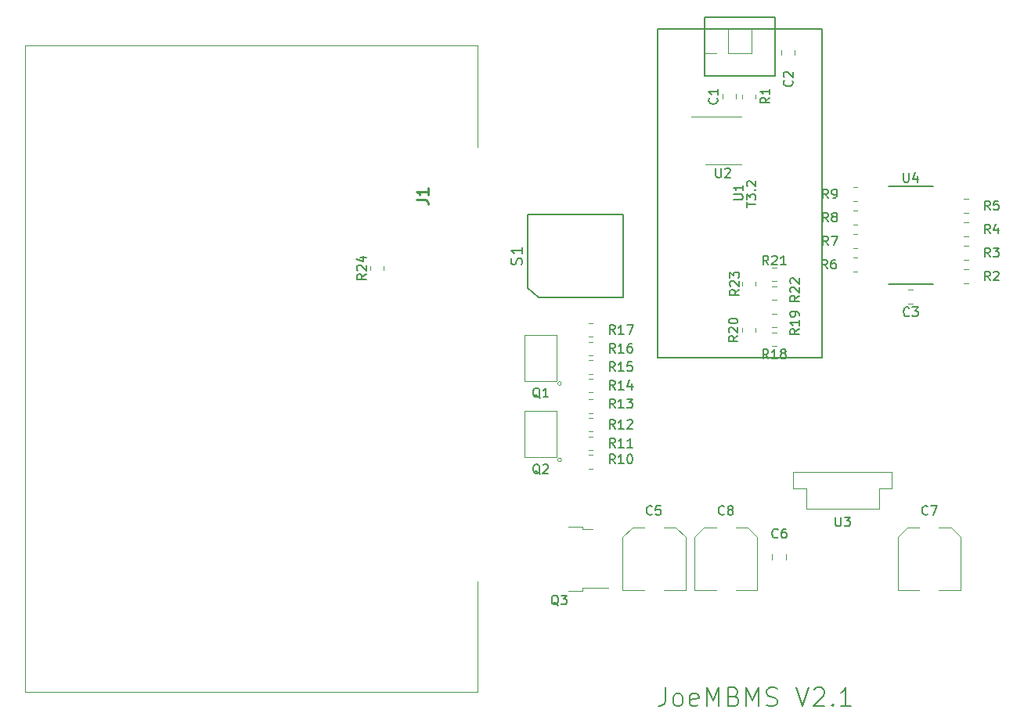
<source format=gbr>
%TF.GenerationSoftware,KiCad,Pcbnew,5.99.0+really5.1.10+dfsg1-1*%
%TF.CreationDate,2022-02-03T20:21:40+01:00*%
%TF.ProjectId,JoeMBMS_V2.0,4a6f654d-424d-4535-9f56-322e302e6b69,rev?*%
%TF.SameCoordinates,Original*%
%TF.FileFunction,Legend,Top*%
%TF.FilePolarity,Positive*%
%FSLAX46Y46*%
G04 Gerber Fmt 4.6, Leading zero omitted, Abs format (unit mm)*
G04 Created by KiCad (PCBNEW 5.99.0+really5.1.10+dfsg1-1) date 2022-02-03 20:21:40*
%MOMM*%
%LPD*%
G01*
G04 APERTURE LIST*
%ADD10C,0.150000*%
%ADD11C,0.120000*%
%ADD12C,0.100000*%
%ADD13C,0.152400*%
%ADD14C,0.254000*%
G04 APERTURE END LIST*
D10*
X133960714Y-124429761D02*
X133960714Y-125858333D01*
X133865476Y-126144047D01*
X133675000Y-126334523D01*
X133389285Y-126429761D01*
X133198809Y-126429761D01*
X135198809Y-126429761D02*
X135008333Y-126334523D01*
X134913095Y-126239285D01*
X134817857Y-126048809D01*
X134817857Y-125477380D01*
X134913095Y-125286904D01*
X135008333Y-125191666D01*
X135198809Y-125096428D01*
X135484523Y-125096428D01*
X135675000Y-125191666D01*
X135770238Y-125286904D01*
X135865476Y-125477380D01*
X135865476Y-126048809D01*
X135770238Y-126239285D01*
X135675000Y-126334523D01*
X135484523Y-126429761D01*
X135198809Y-126429761D01*
X137484523Y-126334523D02*
X137294047Y-126429761D01*
X136913095Y-126429761D01*
X136722619Y-126334523D01*
X136627380Y-126144047D01*
X136627380Y-125382142D01*
X136722619Y-125191666D01*
X136913095Y-125096428D01*
X137294047Y-125096428D01*
X137484523Y-125191666D01*
X137579761Y-125382142D01*
X137579761Y-125572619D01*
X136627380Y-125763095D01*
X138436904Y-126429761D02*
X138436904Y-124429761D01*
X139103571Y-125858333D01*
X139770238Y-124429761D01*
X139770238Y-126429761D01*
X141389285Y-125382142D02*
X141675000Y-125477380D01*
X141770238Y-125572619D01*
X141865476Y-125763095D01*
X141865476Y-126048809D01*
X141770238Y-126239285D01*
X141675000Y-126334523D01*
X141484523Y-126429761D01*
X140722619Y-126429761D01*
X140722619Y-124429761D01*
X141389285Y-124429761D01*
X141579761Y-124525000D01*
X141675000Y-124620238D01*
X141770238Y-124810714D01*
X141770238Y-125001190D01*
X141675000Y-125191666D01*
X141579761Y-125286904D01*
X141389285Y-125382142D01*
X140722619Y-125382142D01*
X142722619Y-126429761D02*
X142722619Y-124429761D01*
X143389285Y-125858333D01*
X144055952Y-124429761D01*
X144055952Y-126429761D01*
X144913095Y-126334523D02*
X145198809Y-126429761D01*
X145675000Y-126429761D01*
X145865476Y-126334523D01*
X145960714Y-126239285D01*
X146055952Y-126048809D01*
X146055952Y-125858333D01*
X145960714Y-125667857D01*
X145865476Y-125572619D01*
X145675000Y-125477380D01*
X145294047Y-125382142D01*
X145103571Y-125286904D01*
X145008333Y-125191666D01*
X144913095Y-125001190D01*
X144913095Y-124810714D01*
X145008333Y-124620238D01*
X145103571Y-124525000D01*
X145294047Y-124429761D01*
X145770238Y-124429761D01*
X146055952Y-124525000D01*
X148151190Y-124429761D02*
X148817857Y-126429761D01*
X149484523Y-124429761D01*
X150055952Y-124620238D02*
X150151190Y-124525000D01*
X150341666Y-124429761D01*
X150817857Y-124429761D01*
X151008333Y-124525000D01*
X151103571Y-124620238D01*
X151198809Y-124810714D01*
X151198809Y-125001190D01*
X151103571Y-125286904D01*
X149960714Y-126429761D01*
X151198809Y-126429761D01*
X152055952Y-126239285D02*
X152151190Y-126334523D01*
X152055952Y-126429761D01*
X151960714Y-126334523D01*
X152055952Y-126239285D01*
X152055952Y-126429761D01*
X154055952Y-126429761D02*
X152913095Y-126429761D01*
X153484523Y-126429761D02*
X153484523Y-124429761D01*
X153294047Y-124715476D01*
X153103571Y-124905952D01*
X152913095Y-125001190D01*
D11*
%TO.C,REF\u002A\u002A*%
X143325000Y-55820000D02*
X143325000Y-53160000D01*
X140725000Y-55820000D02*
X143325000Y-55820000D01*
X140725000Y-53160000D02*
X143325000Y-53160000D01*
X140725000Y-55820000D02*
X140725000Y-53160000D01*
X139455000Y-55820000D02*
X138125000Y-55820000D01*
X138125000Y-55820000D02*
X138125000Y-54490000D01*
D10*
%TO.C,S1*%
X129385000Y-82250000D02*
X120250000Y-82250000D01*
X120250000Y-82250000D02*
X119115000Y-81250000D01*
X120250000Y-73250000D02*
X119115000Y-73250000D01*
X119115000Y-73250000D02*
X119115000Y-81250000D01*
X129385000Y-82250000D02*
X129385000Y-73250000D01*
X129385000Y-73250000D02*
X120115000Y-73250000D01*
D12*
%TO.C,J1*%
X113700000Y-124900000D02*
X113700000Y-112950000D01*
X64700000Y-124900000D02*
X113700000Y-124900000D01*
X64700000Y-55000000D02*
X64700000Y-124900000D01*
X113700000Y-55000000D02*
X64700000Y-55000000D01*
X113700000Y-65950000D02*
X113700000Y-55000000D01*
D11*
%TO.C,C1*%
X140165000Y-60238748D02*
X140165000Y-60761252D01*
X141635000Y-60238748D02*
X141635000Y-60761252D01*
D13*
%TO.C,U4*%
X162900300Y-70216800D02*
X158099700Y-70216800D01*
X158099700Y-80783200D02*
X162900300Y-80783200D01*
D11*
%TO.C,U3*%
X147810000Y-101080000D02*
X147810000Y-102860000D01*
X158480000Y-101080000D02*
X147810000Y-101080000D01*
X158480000Y-102850000D02*
X158480000Y-101080000D01*
X158480000Y-102860000D02*
X157080000Y-102860000D01*
X157080000Y-102860000D02*
X157080000Y-105100000D01*
X157080000Y-105100000D02*
X149200000Y-105100000D01*
X149200000Y-105100000D02*
X149200000Y-102860000D01*
X149200000Y-102860000D02*
X147810000Y-102860000D01*
%TO.C,U2*%
X140250000Y-67810000D02*
X142200000Y-67810000D01*
X140250000Y-67810000D02*
X138300000Y-67810000D01*
X140250000Y-62690000D02*
X142200000Y-62690000D01*
X140250000Y-62690000D02*
X136800000Y-62690000D01*
D10*
%TO.C,U1*%
X133110000Y-53220000D02*
X150890000Y-53220000D01*
X133110000Y-88780000D02*
X133110000Y-53220000D01*
X150890000Y-88780000D02*
X133110000Y-88780000D01*
X150890000Y-53220000D02*
X150890000Y-88780000D01*
X138190000Y-58300000D02*
X138190000Y-53220000D01*
X145810000Y-58300000D02*
X145810000Y-53220000D01*
X138190000Y-58300000D02*
X145810000Y-58300000D01*
X145810000Y-51950000D02*
X145810000Y-53220000D01*
X138190000Y-51950000D02*
X145810000Y-51950000D01*
X138190000Y-53220000D02*
X138190000Y-51950000D01*
D11*
%TO.C,R24*%
X102065000Y-79277064D02*
X102065000Y-78822936D01*
X103535000Y-79277064D02*
X103535000Y-78822936D01*
%TO.C,R23*%
X143735000Y-80522936D02*
X143735000Y-80977064D01*
X142265000Y-80522936D02*
X142265000Y-80977064D01*
%TO.C,R22*%
X145522936Y-81015000D02*
X145977064Y-81015000D01*
X145522936Y-82485000D02*
X145977064Y-82485000D01*
%TO.C,R21*%
X145977064Y-80485000D02*
X145522936Y-80485000D01*
X145977064Y-79015000D02*
X145522936Y-79015000D01*
%TO.C,R20*%
X142265000Y-85977064D02*
X142265000Y-85522936D01*
X143735000Y-85977064D02*
X143735000Y-85522936D01*
%TO.C,R19*%
X145522936Y-84015000D02*
X145977064Y-84015000D01*
X145522936Y-85485000D02*
X145977064Y-85485000D01*
%TO.C,R18*%
X145977064Y-87485000D02*
X145522936Y-87485000D01*
X145977064Y-86015000D02*
X145522936Y-86015000D01*
%TO.C,R17*%
X126139564Y-86485000D02*
X125685436Y-86485000D01*
X126139564Y-85015000D02*
X125685436Y-85015000D01*
%TO.C,R16*%
X126139564Y-88485000D02*
X125685436Y-88485000D01*
X126139564Y-87015000D02*
X125685436Y-87015000D01*
%TO.C,R15*%
X126139564Y-90485000D02*
X125685436Y-90485000D01*
X126139564Y-89015000D02*
X125685436Y-89015000D01*
%TO.C,R14*%
X126139564Y-92485000D02*
X125685436Y-92485000D01*
X126139564Y-91015000D02*
X125685436Y-91015000D01*
%TO.C,R13*%
X126139564Y-94735000D02*
X125685436Y-94735000D01*
X126139564Y-93265000D02*
X125685436Y-93265000D01*
%TO.C,R12*%
X126139564Y-96735000D02*
X125685436Y-96735000D01*
X126139564Y-95265000D02*
X125685436Y-95265000D01*
%TO.C,R11*%
X126139564Y-98735000D02*
X125685436Y-98735000D01*
X126139564Y-97265000D02*
X125685436Y-97265000D01*
%TO.C,R10*%
X126139564Y-100735000D02*
X125685436Y-100735000D01*
X126139564Y-99265000D02*
X125685436Y-99265000D01*
%TO.C,R9*%
X154727064Y-71790000D02*
X154272936Y-71790000D01*
X154727064Y-70320000D02*
X154272936Y-70320000D01*
%TO.C,R8*%
X154727064Y-74330000D02*
X154272936Y-74330000D01*
X154727064Y-72860000D02*
X154272936Y-72860000D01*
%TO.C,R7*%
X154727064Y-76870000D02*
X154272936Y-76870000D01*
X154727064Y-75400000D02*
X154272936Y-75400000D01*
%TO.C,R6*%
X154727064Y-79410000D02*
X154272936Y-79410000D01*
X154727064Y-77940000D02*
X154272936Y-77940000D01*
%TO.C,R5*%
X166727064Y-73060000D02*
X166272936Y-73060000D01*
X166727064Y-71590000D02*
X166272936Y-71590000D01*
%TO.C,R4*%
X166727064Y-75600000D02*
X166272936Y-75600000D01*
X166727064Y-74130000D02*
X166272936Y-74130000D01*
%TO.C,R3*%
X166727064Y-78140000D02*
X166272936Y-78140000D01*
X166727064Y-76670000D02*
X166272936Y-76670000D01*
%TO.C,R2*%
X166727064Y-80680000D02*
X166272936Y-80680000D01*
X166727064Y-79210000D02*
X166272936Y-79210000D01*
%TO.C,R1*%
X143735000Y-60272936D02*
X143735000Y-60727064D01*
X142265000Y-60272936D02*
X142265000Y-60727064D01*
%TO.C,Q3*%
X123470000Y-113950000D02*
X124970000Y-113950000D01*
X124970000Y-113950000D02*
X124970000Y-113680000D01*
X124970000Y-113680000D02*
X127800000Y-113680000D01*
X123470000Y-107050000D02*
X124970000Y-107050000D01*
X124970000Y-107050000D02*
X124970000Y-107320000D01*
X124970000Y-107320000D02*
X126070000Y-107320000D01*
%TO.C,Q1*%
X122732000Y-91544000D02*
G75*
G03*
X122732000Y-91544000I-200000J0D01*
G01*
X122220000Y-86250000D02*
X118780000Y-86250000D01*
X122220000Y-91250000D02*
X118780000Y-91250000D01*
X122220000Y-86250000D02*
X122220000Y-91250000D01*
X118780000Y-86250000D02*
X118780000Y-91250000D01*
%TO.C,Q2*%
X122732000Y-99794000D02*
G75*
G03*
X122732000Y-99794000I-200000J0D01*
G01*
X122220000Y-94500000D02*
X118780000Y-94500000D01*
X122220000Y-99500000D02*
X118780000Y-99500000D01*
X122220000Y-94500000D02*
X122220000Y-99500000D01*
X118780000Y-94500000D02*
X118780000Y-99500000D01*
%TO.C,C8*%
X137090000Y-113910000D02*
X139440000Y-113910000D01*
X143910000Y-113910000D02*
X141560000Y-113910000D01*
X143910000Y-108154437D02*
X143910000Y-113910000D01*
X137090000Y-108154437D02*
X137090000Y-113910000D01*
X138154437Y-107090000D02*
X139440000Y-107090000D01*
X142845563Y-107090000D02*
X141560000Y-107090000D01*
X142845563Y-107090000D02*
X143910000Y-108154437D01*
X138154437Y-107090000D02*
X137090000Y-108154437D01*
%TO.C,C7*%
X159090000Y-113910000D02*
X161440000Y-113910000D01*
X165910000Y-113910000D02*
X163560000Y-113910000D01*
X165910000Y-108154437D02*
X165910000Y-113910000D01*
X159090000Y-108154437D02*
X159090000Y-113910000D01*
X160154437Y-107090000D02*
X161440000Y-107090000D01*
X164845563Y-107090000D02*
X163560000Y-107090000D01*
X164845563Y-107090000D02*
X165910000Y-108154437D01*
X160154437Y-107090000D02*
X159090000Y-108154437D01*
%TO.C,C6*%
X145515000Y-110561252D02*
X145515000Y-110038748D01*
X146985000Y-110561252D02*
X146985000Y-110038748D01*
%TO.C,C5*%
X129340000Y-113910000D02*
X131690000Y-113910000D01*
X136160000Y-113910000D02*
X133810000Y-113910000D01*
X136160000Y-108154437D02*
X136160000Y-113910000D01*
X129340000Y-108154437D02*
X129340000Y-113910000D01*
X130404437Y-107090000D02*
X131690000Y-107090000D01*
X135095563Y-107090000D02*
X133810000Y-107090000D01*
X135095563Y-107090000D02*
X136160000Y-108154437D01*
X130404437Y-107090000D02*
X129340000Y-108154437D01*
%TO.C,C3*%
X160761252Y-82885000D02*
X160238748Y-82885000D01*
X160761252Y-81415000D02*
X160238748Y-81415000D01*
%TO.C,C2*%
X146515000Y-56011252D02*
X146515000Y-55488748D01*
X147985000Y-56011252D02*
X147985000Y-55488748D01*
%TO.C,S1*%
D10*
X118400714Y-78664285D02*
X118457857Y-78492857D01*
X118457857Y-78207142D01*
X118400714Y-78092857D01*
X118343571Y-78035714D01*
X118229285Y-77978571D01*
X118115000Y-77978571D01*
X118000714Y-78035714D01*
X117943571Y-78092857D01*
X117886428Y-78207142D01*
X117829285Y-78435714D01*
X117772142Y-78550000D01*
X117715000Y-78607142D01*
X117600714Y-78664285D01*
X117486428Y-78664285D01*
X117372142Y-78607142D01*
X117315000Y-78550000D01*
X117257857Y-78435714D01*
X117257857Y-78150000D01*
X117315000Y-77978571D01*
X118457857Y-76835714D02*
X118457857Y-77521428D01*
X118457857Y-77178571D02*
X117257857Y-77178571D01*
X117429285Y-77292857D01*
X117543571Y-77407142D01*
X117600714Y-77521428D01*
%TO.C,J1*%
D14*
X107054523Y-71673333D02*
X107961666Y-71673333D01*
X108143095Y-71733809D01*
X108264047Y-71854761D01*
X108324523Y-72036190D01*
X108324523Y-72157142D01*
X108324523Y-70403333D02*
X108324523Y-71129047D01*
X108324523Y-70766190D02*
X107054523Y-70766190D01*
X107235952Y-70887142D01*
X107356904Y-71008095D01*
X107417380Y-71129047D01*
%TO.C,C1*%
D10*
X139557142Y-60666666D02*
X139604761Y-60714285D01*
X139652380Y-60857142D01*
X139652380Y-60952380D01*
X139604761Y-61095238D01*
X139509523Y-61190476D01*
X139414285Y-61238095D01*
X139223809Y-61285714D01*
X139080952Y-61285714D01*
X138890476Y-61238095D01*
X138795238Y-61190476D01*
X138700000Y-61095238D01*
X138652380Y-60952380D01*
X138652380Y-60857142D01*
X138700000Y-60714285D01*
X138747619Y-60666666D01*
X139652380Y-59714285D02*
X139652380Y-60285714D01*
X139652380Y-60000000D02*
X138652380Y-60000000D01*
X138795238Y-60095238D01*
X138890476Y-60190476D01*
X138938095Y-60285714D01*
%TO.C,U4*%
X159738095Y-68752380D02*
X159738095Y-69561904D01*
X159785714Y-69657142D01*
X159833333Y-69704761D01*
X159928571Y-69752380D01*
X160119047Y-69752380D01*
X160214285Y-69704761D01*
X160261904Y-69657142D01*
X160309523Y-69561904D01*
X160309523Y-68752380D01*
X161214285Y-69085714D02*
X161214285Y-69752380D01*
X160976190Y-68704761D02*
X160738095Y-69419047D01*
X161357142Y-69419047D01*
%TO.C,U3*%
X152378095Y-105992380D02*
X152378095Y-106801904D01*
X152425714Y-106897142D01*
X152473333Y-106944761D01*
X152568571Y-106992380D01*
X152759047Y-106992380D01*
X152854285Y-106944761D01*
X152901904Y-106897142D01*
X152949523Y-106801904D01*
X152949523Y-105992380D01*
X153330476Y-105992380D02*
X153949523Y-105992380D01*
X153616190Y-106373333D01*
X153759047Y-106373333D01*
X153854285Y-106420952D01*
X153901904Y-106468571D01*
X153949523Y-106563809D01*
X153949523Y-106801904D01*
X153901904Y-106897142D01*
X153854285Y-106944761D01*
X153759047Y-106992380D01*
X153473333Y-106992380D01*
X153378095Y-106944761D01*
X153330476Y-106897142D01*
%TO.C,U2*%
X139438095Y-68252380D02*
X139438095Y-69061904D01*
X139485714Y-69157142D01*
X139533333Y-69204761D01*
X139628571Y-69252380D01*
X139819047Y-69252380D01*
X139914285Y-69204761D01*
X139961904Y-69157142D01*
X140009523Y-69061904D01*
X140009523Y-68252380D01*
X140438095Y-68347619D02*
X140485714Y-68300000D01*
X140580952Y-68252380D01*
X140819047Y-68252380D01*
X140914285Y-68300000D01*
X140961904Y-68347619D01*
X141009523Y-68442857D01*
X141009523Y-68538095D01*
X140961904Y-68680952D01*
X140390476Y-69252380D01*
X141009523Y-69252380D01*
%TO.C,U1*%
X141352380Y-71661904D02*
X142161904Y-71661904D01*
X142257142Y-71614285D01*
X142304761Y-71566666D01*
X142352380Y-71471428D01*
X142352380Y-71280952D01*
X142304761Y-71185714D01*
X142257142Y-71138095D01*
X142161904Y-71090476D01*
X141352380Y-71090476D01*
X142352380Y-70090476D02*
X142352380Y-70661904D01*
X142352380Y-70376190D02*
X141352380Y-70376190D01*
X141495238Y-70471428D01*
X141590476Y-70566666D01*
X141638095Y-70661904D01*
X142752380Y-72476190D02*
X142752380Y-71904761D01*
X143752380Y-72190476D02*
X142752380Y-72190476D01*
X142752380Y-71666666D02*
X142752380Y-71047619D01*
X143133333Y-71380952D01*
X143133333Y-71238095D01*
X143180952Y-71142857D01*
X143228571Y-71095238D01*
X143323809Y-71047619D01*
X143561904Y-71047619D01*
X143657142Y-71095238D01*
X143704761Y-71142857D01*
X143752380Y-71238095D01*
X143752380Y-71523809D01*
X143704761Y-71619047D01*
X143657142Y-71666666D01*
X143657142Y-70619047D02*
X143704761Y-70571428D01*
X143752380Y-70619047D01*
X143704761Y-70666666D01*
X143657142Y-70619047D01*
X143752380Y-70619047D01*
X142847619Y-70190476D02*
X142800000Y-70142857D01*
X142752380Y-70047619D01*
X142752380Y-69809523D01*
X142800000Y-69714285D01*
X142847619Y-69666666D01*
X142942857Y-69619047D01*
X143038095Y-69619047D01*
X143180952Y-69666666D01*
X143752380Y-70238095D01*
X143752380Y-69619047D01*
%TO.C,R24*%
X101602380Y-79692857D02*
X101126190Y-80026190D01*
X101602380Y-80264285D02*
X100602380Y-80264285D01*
X100602380Y-79883333D01*
X100650000Y-79788095D01*
X100697619Y-79740476D01*
X100792857Y-79692857D01*
X100935714Y-79692857D01*
X101030952Y-79740476D01*
X101078571Y-79788095D01*
X101126190Y-79883333D01*
X101126190Y-80264285D01*
X100697619Y-79311904D02*
X100650000Y-79264285D01*
X100602380Y-79169047D01*
X100602380Y-78930952D01*
X100650000Y-78835714D01*
X100697619Y-78788095D01*
X100792857Y-78740476D01*
X100888095Y-78740476D01*
X101030952Y-78788095D01*
X101602380Y-79359523D01*
X101602380Y-78740476D01*
X100935714Y-77883333D02*
X101602380Y-77883333D01*
X100554761Y-78121428D02*
X101269047Y-78359523D01*
X101269047Y-77740476D01*
%TO.C,R23*%
X141952380Y-81392857D02*
X141476190Y-81726190D01*
X141952380Y-81964285D02*
X140952380Y-81964285D01*
X140952380Y-81583333D01*
X141000000Y-81488095D01*
X141047619Y-81440476D01*
X141142857Y-81392857D01*
X141285714Y-81392857D01*
X141380952Y-81440476D01*
X141428571Y-81488095D01*
X141476190Y-81583333D01*
X141476190Y-81964285D01*
X141047619Y-81011904D02*
X141000000Y-80964285D01*
X140952380Y-80869047D01*
X140952380Y-80630952D01*
X141000000Y-80535714D01*
X141047619Y-80488095D01*
X141142857Y-80440476D01*
X141238095Y-80440476D01*
X141380952Y-80488095D01*
X141952380Y-81059523D01*
X141952380Y-80440476D01*
X140952380Y-80107142D02*
X140952380Y-79488095D01*
X141333333Y-79821428D01*
X141333333Y-79678571D01*
X141380952Y-79583333D01*
X141428571Y-79535714D01*
X141523809Y-79488095D01*
X141761904Y-79488095D01*
X141857142Y-79535714D01*
X141904761Y-79583333D01*
X141952380Y-79678571D01*
X141952380Y-79964285D01*
X141904761Y-80059523D01*
X141857142Y-80107142D01*
%TO.C,R22*%
X148452380Y-82042857D02*
X147976190Y-82376190D01*
X148452380Y-82614285D02*
X147452380Y-82614285D01*
X147452380Y-82233333D01*
X147500000Y-82138095D01*
X147547619Y-82090476D01*
X147642857Y-82042857D01*
X147785714Y-82042857D01*
X147880952Y-82090476D01*
X147928571Y-82138095D01*
X147976190Y-82233333D01*
X147976190Y-82614285D01*
X147547619Y-81661904D02*
X147500000Y-81614285D01*
X147452380Y-81519047D01*
X147452380Y-81280952D01*
X147500000Y-81185714D01*
X147547619Y-81138095D01*
X147642857Y-81090476D01*
X147738095Y-81090476D01*
X147880952Y-81138095D01*
X148452380Y-81709523D01*
X148452380Y-81090476D01*
X147547619Y-80709523D02*
X147500000Y-80661904D01*
X147452380Y-80566666D01*
X147452380Y-80328571D01*
X147500000Y-80233333D01*
X147547619Y-80185714D01*
X147642857Y-80138095D01*
X147738095Y-80138095D01*
X147880952Y-80185714D01*
X148452380Y-80757142D01*
X148452380Y-80138095D01*
%TO.C,R21*%
X145107142Y-78702380D02*
X144773809Y-78226190D01*
X144535714Y-78702380D02*
X144535714Y-77702380D01*
X144916666Y-77702380D01*
X145011904Y-77750000D01*
X145059523Y-77797619D01*
X145107142Y-77892857D01*
X145107142Y-78035714D01*
X145059523Y-78130952D01*
X145011904Y-78178571D01*
X144916666Y-78226190D01*
X144535714Y-78226190D01*
X145488095Y-77797619D02*
X145535714Y-77750000D01*
X145630952Y-77702380D01*
X145869047Y-77702380D01*
X145964285Y-77750000D01*
X146011904Y-77797619D01*
X146059523Y-77892857D01*
X146059523Y-77988095D01*
X146011904Y-78130952D01*
X145440476Y-78702380D01*
X146059523Y-78702380D01*
X147011904Y-78702380D02*
X146440476Y-78702380D01*
X146726190Y-78702380D02*
X146726190Y-77702380D01*
X146630952Y-77845238D01*
X146535714Y-77940476D01*
X146440476Y-77988095D01*
%TO.C,R20*%
X141802380Y-86392857D02*
X141326190Y-86726190D01*
X141802380Y-86964285D02*
X140802380Y-86964285D01*
X140802380Y-86583333D01*
X140850000Y-86488095D01*
X140897619Y-86440476D01*
X140992857Y-86392857D01*
X141135714Y-86392857D01*
X141230952Y-86440476D01*
X141278571Y-86488095D01*
X141326190Y-86583333D01*
X141326190Y-86964285D01*
X140897619Y-86011904D02*
X140850000Y-85964285D01*
X140802380Y-85869047D01*
X140802380Y-85630952D01*
X140850000Y-85535714D01*
X140897619Y-85488095D01*
X140992857Y-85440476D01*
X141088095Y-85440476D01*
X141230952Y-85488095D01*
X141802380Y-86059523D01*
X141802380Y-85440476D01*
X140802380Y-84821428D02*
X140802380Y-84726190D01*
X140850000Y-84630952D01*
X140897619Y-84583333D01*
X140992857Y-84535714D01*
X141183333Y-84488095D01*
X141421428Y-84488095D01*
X141611904Y-84535714D01*
X141707142Y-84583333D01*
X141754761Y-84630952D01*
X141802380Y-84726190D01*
X141802380Y-84821428D01*
X141754761Y-84916666D01*
X141707142Y-84964285D01*
X141611904Y-85011904D01*
X141421428Y-85059523D01*
X141183333Y-85059523D01*
X140992857Y-85011904D01*
X140897619Y-84964285D01*
X140850000Y-84916666D01*
X140802380Y-84821428D01*
%TO.C,R19*%
X148452380Y-85642857D02*
X147976190Y-85976190D01*
X148452380Y-86214285D02*
X147452380Y-86214285D01*
X147452380Y-85833333D01*
X147500000Y-85738095D01*
X147547619Y-85690476D01*
X147642857Y-85642857D01*
X147785714Y-85642857D01*
X147880952Y-85690476D01*
X147928571Y-85738095D01*
X147976190Y-85833333D01*
X147976190Y-86214285D01*
X148452380Y-84690476D02*
X148452380Y-85261904D01*
X148452380Y-84976190D02*
X147452380Y-84976190D01*
X147595238Y-85071428D01*
X147690476Y-85166666D01*
X147738095Y-85261904D01*
X148452380Y-84214285D02*
X148452380Y-84023809D01*
X148404761Y-83928571D01*
X148357142Y-83880952D01*
X148214285Y-83785714D01*
X148023809Y-83738095D01*
X147642857Y-83738095D01*
X147547619Y-83785714D01*
X147500000Y-83833333D01*
X147452380Y-83928571D01*
X147452380Y-84119047D01*
X147500000Y-84214285D01*
X147547619Y-84261904D01*
X147642857Y-84309523D01*
X147880952Y-84309523D01*
X147976190Y-84261904D01*
X148023809Y-84214285D01*
X148071428Y-84119047D01*
X148071428Y-83928571D01*
X148023809Y-83833333D01*
X147976190Y-83785714D01*
X147880952Y-83738095D01*
%TO.C,R18*%
X145107142Y-88852380D02*
X144773809Y-88376190D01*
X144535714Y-88852380D02*
X144535714Y-87852380D01*
X144916666Y-87852380D01*
X145011904Y-87900000D01*
X145059523Y-87947619D01*
X145107142Y-88042857D01*
X145107142Y-88185714D01*
X145059523Y-88280952D01*
X145011904Y-88328571D01*
X144916666Y-88376190D01*
X144535714Y-88376190D01*
X146059523Y-88852380D02*
X145488095Y-88852380D01*
X145773809Y-88852380D02*
X145773809Y-87852380D01*
X145678571Y-87995238D01*
X145583333Y-88090476D01*
X145488095Y-88138095D01*
X146630952Y-88280952D02*
X146535714Y-88233333D01*
X146488095Y-88185714D01*
X146440476Y-88090476D01*
X146440476Y-88042857D01*
X146488095Y-87947619D01*
X146535714Y-87900000D01*
X146630952Y-87852380D01*
X146821428Y-87852380D01*
X146916666Y-87900000D01*
X146964285Y-87947619D01*
X147011904Y-88042857D01*
X147011904Y-88090476D01*
X146964285Y-88185714D01*
X146916666Y-88233333D01*
X146821428Y-88280952D01*
X146630952Y-88280952D01*
X146535714Y-88328571D01*
X146488095Y-88376190D01*
X146440476Y-88471428D01*
X146440476Y-88661904D01*
X146488095Y-88757142D01*
X146535714Y-88804761D01*
X146630952Y-88852380D01*
X146821428Y-88852380D01*
X146916666Y-88804761D01*
X146964285Y-88757142D01*
X147011904Y-88661904D01*
X147011904Y-88471428D01*
X146964285Y-88376190D01*
X146916666Y-88328571D01*
X146821428Y-88280952D01*
%TO.C,R17*%
X128519642Y-86202380D02*
X128186309Y-85726190D01*
X127948214Y-86202380D02*
X127948214Y-85202380D01*
X128329166Y-85202380D01*
X128424404Y-85250000D01*
X128472023Y-85297619D01*
X128519642Y-85392857D01*
X128519642Y-85535714D01*
X128472023Y-85630952D01*
X128424404Y-85678571D01*
X128329166Y-85726190D01*
X127948214Y-85726190D01*
X129472023Y-86202380D02*
X128900595Y-86202380D01*
X129186309Y-86202380D02*
X129186309Y-85202380D01*
X129091071Y-85345238D01*
X128995833Y-85440476D01*
X128900595Y-85488095D01*
X129805357Y-85202380D02*
X130472023Y-85202380D01*
X130043452Y-86202380D01*
%TO.C,R16*%
X128519642Y-88202380D02*
X128186309Y-87726190D01*
X127948214Y-88202380D02*
X127948214Y-87202380D01*
X128329166Y-87202380D01*
X128424404Y-87250000D01*
X128472023Y-87297619D01*
X128519642Y-87392857D01*
X128519642Y-87535714D01*
X128472023Y-87630952D01*
X128424404Y-87678571D01*
X128329166Y-87726190D01*
X127948214Y-87726190D01*
X129472023Y-88202380D02*
X128900595Y-88202380D01*
X129186309Y-88202380D02*
X129186309Y-87202380D01*
X129091071Y-87345238D01*
X128995833Y-87440476D01*
X128900595Y-87488095D01*
X130329166Y-87202380D02*
X130138690Y-87202380D01*
X130043452Y-87250000D01*
X129995833Y-87297619D01*
X129900595Y-87440476D01*
X129852976Y-87630952D01*
X129852976Y-88011904D01*
X129900595Y-88107142D01*
X129948214Y-88154761D01*
X130043452Y-88202380D01*
X130233928Y-88202380D01*
X130329166Y-88154761D01*
X130376785Y-88107142D01*
X130424404Y-88011904D01*
X130424404Y-87773809D01*
X130376785Y-87678571D01*
X130329166Y-87630952D01*
X130233928Y-87583333D01*
X130043452Y-87583333D01*
X129948214Y-87630952D01*
X129900595Y-87678571D01*
X129852976Y-87773809D01*
%TO.C,R15*%
X128519642Y-90202380D02*
X128186309Y-89726190D01*
X127948214Y-90202380D02*
X127948214Y-89202380D01*
X128329166Y-89202380D01*
X128424404Y-89250000D01*
X128472023Y-89297619D01*
X128519642Y-89392857D01*
X128519642Y-89535714D01*
X128472023Y-89630952D01*
X128424404Y-89678571D01*
X128329166Y-89726190D01*
X127948214Y-89726190D01*
X129472023Y-90202380D02*
X128900595Y-90202380D01*
X129186309Y-90202380D02*
X129186309Y-89202380D01*
X129091071Y-89345238D01*
X128995833Y-89440476D01*
X128900595Y-89488095D01*
X130376785Y-89202380D02*
X129900595Y-89202380D01*
X129852976Y-89678571D01*
X129900595Y-89630952D01*
X129995833Y-89583333D01*
X130233928Y-89583333D01*
X130329166Y-89630952D01*
X130376785Y-89678571D01*
X130424404Y-89773809D01*
X130424404Y-90011904D01*
X130376785Y-90107142D01*
X130329166Y-90154761D01*
X130233928Y-90202380D01*
X129995833Y-90202380D01*
X129900595Y-90154761D01*
X129852976Y-90107142D01*
%TO.C,R14*%
X128519642Y-92202380D02*
X128186309Y-91726190D01*
X127948214Y-92202380D02*
X127948214Y-91202380D01*
X128329166Y-91202380D01*
X128424404Y-91250000D01*
X128472023Y-91297619D01*
X128519642Y-91392857D01*
X128519642Y-91535714D01*
X128472023Y-91630952D01*
X128424404Y-91678571D01*
X128329166Y-91726190D01*
X127948214Y-91726190D01*
X129472023Y-92202380D02*
X128900595Y-92202380D01*
X129186309Y-92202380D02*
X129186309Y-91202380D01*
X129091071Y-91345238D01*
X128995833Y-91440476D01*
X128900595Y-91488095D01*
X130329166Y-91535714D02*
X130329166Y-92202380D01*
X130091071Y-91154761D02*
X129852976Y-91869047D01*
X130472023Y-91869047D01*
%TO.C,R13*%
X128519642Y-94202380D02*
X128186309Y-93726190D01*
X127948214Y-94202380D02*
X127948214Y-93202380D01*
X128329166Y-93202380D01*
X128424404Y-93250000D01*
X128472023Y-93297619D01*
X128519642Y-93392857D01*
X128519642Y-93535714D01*
X128472023Y-93630952D01*
X128424404Y-93678571D01*
X128329166Y-93726190D01*
X127948214Y-93726190D01*
X129472023Y-94202380D02*
X128900595Y-94202380D01*
X129186309Y-94202380D02*
X129186309Y-93202380D01*
X129091071Y-93345238D01*
X128995833Y-93440476D01*
X128900595Y-93488095D01*
X129805357Y-93202380D02*
X130424404Y-93202380D01*
X130091071Y-93583333D01*
X130233928Y-93583333D01*
X130329166Y-93630952D01*
X130376785Y-93678571D01*
X130424404Y-93773809D01*
X130424404Y-94011904D01*
X130376785Y-94107142D01*
X130329166Y-94154761D01*
X130233928Y-94202380D01*
X129948214Y-94202380D01*
X129852976Y-94154761D01*
X129805357Y-94107142D01*
%TO.C,R12*%
X128519642Y-96452380D02*
X128186309Y-95976190D01*
X127948214Y-96452380D02*
X127948214Y-95452380D01*
X128329166Y-95452380D01*
X128424404Y-95500000D01*
X128472023Y-95547619D01*
X128519642Y-95642857D01*
X128519642Y-95785714D01*
X128472023Y-95880952D01*
X128424404Y-95928571D01*
X128329166Y-95976190D01*
X127948214Y-95976190D01*
X129472023Y-96452380D02*
X128900595Y-96452380D01*
X129186309Y-96452380D02*
X129186309Y-95452380D01*
X129091071Y-95595238D01*
X128995833Y-95690476D01*
X128900595Y-95738095D01*
X129852976Y-95547619D02*
X129900595Y-95500000D01*
X129995833Y-95452380D01*
X130233928Y-95452380D01*
X130329166Y-95500000D01*
X130376785Y-95547619D01*
X130424404Y-95642857D01*
X130424404Y-95738095D01*
X130376785Y-95880952D01*
X129805357Y-96452380D01*
X130424404Y-96452380D01*
%TO.C,R11*%
X128519642Y-98452380D02*
X128186309Y-97976190D01*
X127948214Y-98452380D02*
X127948214Y-97452380D01*
X128329166Y-97452380D01*
X128424404Y-97500000D01*
X128472023Y-97547619D01*
X128519642Y-97642857D01*
X128519642Y-97785714D01*
X128472023Y-97880952D01*
X128424404Y-97928571D01*
X128329166Y-97976190D01*
X127948214Y-97976190D01*
X129472023Y-98452380D02*
X128900595Y-98452380D01*
X129186309Y-98452380D02*
X129186309Y-97452380D01*
X129091071Y-97595238D01*
X128995833Y-97690476D01*
X128900595Y-97738095D01*
X130424404Y-98452380D02*
X129852976Y-98452380D01*
X130138690Y-98452380D02*
X130138690Y-97452380D01*
X130043452Y-97595238D01*
X129948214Y-97690476D01*
X129852976Y-97738095D01*
%TO.C,R10*%
X128519642Y-100202380D02*
X128186309Y-99726190D01*
X127948214Y-100202380D02*
X127948214Y-99202380D01*
X128329166Y-99202380D01*
X128424404Y-99250000D01*
X128472023Y-99297619D01*
X128519642Y-99392857D01*
X128519642Y-99535714D01*
X128472023Y-99630952D01*
X128424404Y-99678571D01*
X128329166Y-99726190D01*
X127948214Y-99726190D01*
X129472023Y-100202380D02*
X128900595Y-100202380D01*
X129186309Y-100202380D02*
X129186309Y-99202380D01*
X129091071Y-99345238D01*
X128995833Y-99440476D01*
X128900595Y-99488095D01*
X130091071Y-99202380D02*
X130186309Y-99202380D01*
X130281547Y-99250000D01*
X130329166Y-99297619D01*
X130376785Y-99392857D01*
X130424404Y-99583333D01*
X130424404Y-99821428D01*
X130376785Y-100011904D01*
X130329166Y-100107142D01*
X130281547Y-100154761D01*
X130186309Y-100202380D01*
X130091071Y-100202380D01*
X129995833Y-100154761D01*
X129948214Y-100107142D01*
X129900595Y-100011904D01*
X129852976Y-99821428D01*
X129852976Y-99583333D01*
X129900595Y-99392857D01*
X129948214Y-99297619D01*
X129995833Y-99250000D01*
X130091071Y-99202380D01*
%TO.C,R9*%
X151583333Y-71507380D02*
X151250000Y-71031190D01*
X151011904Y-71507380D02*
X151011904Y-70507380D01*
X151392857Y-70507380D01*
X151488095Y-70555000D01*
X151535714Y-70602619D01*
X151583333Y-70697857D01*
X151583333Y-70840714D01*
X151535714Y-70935952D01*
X151488095Y-70983571D01*
X151392857Y-71031190D01*
X151011904Y-71031190D01*
X152059523Y-71507380D02*
X152250000Y-71507380D01*
X152345238Y-71459761D01*
X152392857Y-71412142D01*
X152488095Y-71269285D01*
X152535714Y-71078809D01*
X152535714Y-70697857D01*
X152488095Y-70602619D01*
X152440476Y-70555000D01*
X152345238Y-70507380D01*
X152154761Y-70507380D01*
X152059523Y-70555000D01*
X152011904Y-70602619D01*
X151964285Y-70697857D01*
X151964285Y-70935952D01*
X152011904Y-71031190D01*
X152059523Y-71078809D01*
X152154761Y-71126428D01*
X152345238Y-71126428D01*
X152440476Y-71078809D01*
X152488095Y-71031190D01*
X152535714Y-70935952D01*
%TO.C,R8*%
X151583333Y-74047380D02*
X151250000Y-73571190D01*
X151011904Y-74047380D02*
X151011904Y-73047380D01*
X151392857Y-73047380D01*
X151488095Y-73095000D01*
X151535714Y-73142619D01*
X151583333Y-73237857D01*
X151583333Y-73380714D01*
X151535714Y-73475952D01*
X151488095Y-73523571D01*
X151392857Y-73571190D01*
X151011904Y-73571190D01*
X152154761Y-73475952D02*
X152059523Y-73428333D01*
X152011904Y-73380714D01*
X151964285Y-73285476D01*
X151964285Y-73237857D01*
X152011904Y-73142619D01*
X152059523Y-73095000D01*
X152154761Y-73047380D01*
X152345238Y-73047380D01*
X152440476Y-73095000D01*
X152488095Y-73142619D01*
X152535714Y-73237857D01*
X152535714Y-73285476D01*
X152488095Y-73380714D01*
X152440476Y-73428333D01*
X152345238Y-73475952D01*
X152154761Y-73475952D01*
X152059523Y-73523571D01*
X152011904Y-73571190D01*
X151964285Y-73666428D01*
X151964285Y-73856904D01*
X152011904Y-73952142D01*
X152059523Y-73999761D01*
X152154761Y-74047380D01*
X152345238Y-74047380D01*
X152440476Y-73999761D01*
X152488095Y-73952142D01*
X152535714Y-73856904D01*
X152535714Y-73666428D01*
X152488095Y-73571190D01*
X152440476Y-73523571D01*
X152345238Y-73475952D01*
%TO.C,R7*%
X151583333Y-76587380D02*
X151250000Y-76111190D01*
X151011904Y-76587380D02*
X151011904Y-75587380D01*
X151392857Y-75587380D01*
X151488095Y-75635000D01*
X151535714Y-75682619D01*
X151583333Y-75777857D01*
X151583333Y-75920714D01*
X151535714Y-76015952D01*
X151488095Y-76063571D01*
X151392857Y-76111190D01*
X151011904Y-76111190D01*
X151916666Y-75587380D02*
X152583333Y-75587380D01*
X152154761Y-76587380D01*
%TO.C,R6*%
X151495833Y-79127380D02*
X151162500Y-78651190D01*
X150924404Y-79127380D02*
X150924404Y-78127380D01*
X151305357Y-78127380D01*
X151400595Y-78175000D01*
X151448214Y-78222619D01*
X151495833Y-78317857D01*
X151495833Y-78460714D01*
X151448214Y-78555952D01*
X151400595Y-78603571D01*
X151305357Y-78651190D01*
X150924404Y-78651190D01*
X152352976Y-78127380D02*
X152162500Y-78127380D01*
X152067261Y-78175000D01*
X152019642Y-78222619D01*
X151924404Y-78365476D01*
X151876785Y-78555952D01*
X151876785Y-78936904D01*
X151924404Y-79032142D01*
X151972023Y-79079761D01*
X152067261Y-79127380D01*
X152257738Y-79127380D01*
X152352976Y-79079761D01*
X152400595Y-79032142D01*
X152448214Y-78936904D01*
X152448214Y-78698809D01*
X152400595Y-78603571D01*
X152352976Y-78555952D01*
X152257738Y-78508333D01*
X152067261Y-78508333D01*
X151972023Y-78555952D01*
X151924404Y-78603571D01*
X151876785Y-78698809D01*
%TO.C,R5*%
X169083333Y-72777380D02*
X168750000Y-72301190D01*
X168511904Y-72777380D02*
X168511904Y-71777380D01*
X168892857Y-71777380D01*
X168988095Y-71825000D01*
X169035714Y-71872619D01*
X169083333Y-71967857D01*
X169083333Y-72110714D01*
X169035714Y-72205952D01*
X168988095Y-72253571D01*
X168892857Y-72301190D01*
X168511904Y-72301190D01*
X169988095Y-71777380D02*
X169511904Y-71777380D01*
X169464285Y-72253571D01*
X169511904Y-72205952D01*
X169607142Y-72158333D01*
X169845238Y-72158333D01*
X169940476Y-72205952D01*
X169988095Y-72253571D01*
X170035714Y-72348809D01*
X170035714Y-72586904D01*
X169988095Y-72682142D01*
X169940476Y-72729761D01*
X169845238Y-72777380D01*
X169607142Y-72777380D01*
X169511904Y-72729761D01*
X169464285Y-72682142D01*
%TO.C,R4*%
X169083333Y-75317380D02*
X168750000Y-74841190D01*
X168511904Y-75317380D02*
X168511904Y-74317380D01*
X168892857Y-74317380D01*
X168988095Y-74365000D01*
X169035714Y-74412619D01*
X169083333Y-74507857D01*
X169083333Y-74650714D01*
X169035714Y-74745952D01*
X168988095Y-74793571D01*
X168892857Y-74841190D01*
X168511904Y-74841190D01*
X169940476Y-74650714D02*
X169940476Y-75317380D01*
X169702380Y-74269761D02*
X169464285Y-74984047D01*
X170083333Y-74984047D01*
%TO.C,R3*%
X169083333Y-77857380D02*
X168750000Y-77381190D01*
X168511904Y-77857380D02*
X168511904Y-76857380D01*
X168892857Y-76857380D01*
X168988095Y-76905000D01*
X169035714Y-76952619D01*
X169083333Y-77047857D01*
X169083333Y-77190714D01*
X169035714Y-77285952D01*
X168988095Y-77333571D01*
X168892857Y-77381190D01*
X168511904Y-77381190D01*
X169416666Y-76857380D02*
X170035714Y-76857380D01*
X169702380Y-77238333D01*
X169845238Y-77238333D01*
X169940476Y-77285952D01*
X169988095Y-77333571D01*
X170035714Y-77428809D01*
X170035714Y-77666904D01*
X169988095Y-77762142D01*
X169940476Y-77809761D01*
X169845238Y-77857380D01*
X169559523Y-77857380D01*
X169464285Y-77809761D01*
X169416666Y-77762142D01*
%TO.C,R2*%
X169083333Y-80397380D02*
X168750000Y-79921190D01*
X168511904Y-80397380D02*
X168511904Y-79397380D01*
X168892857Y-79397380D01*
X168988095Y-79445000D01*
X169035714Y-79492619D01*
X169083333Y-79587857D01*
X169083333Y-79730714D01*
X169035714Y-79825952D01*
X168988095Y-79873571D01*
X168892857Y-79921190D01*
X168511904Y-79921190D01*
X169464285Y-79492619D02*
X169511904Y-79445000D01*
X169607142Y-79397380D01*
X169845238Y-79397380D01*
X169940476Y-79445000D01*
X169988095Y-79492619D01*
X170035714Y-79587857D01*
X170035714Y-79683095D01*
X169988095Y-79825952D01*
X169416666Y-80397380D01*
X170035714Y-80397380D01*
%TO.C,R1*%
X145252380Y-60616666D02*
X144776190Y-60950000D01*
X145252380Y-61188095D02*
X144252380Y-61188095D01*
X144252380Y-60807142D01*
X144300000Y-60711904D01*
X144347619Y-60664285D01*
X144442857Y-60616666D01*
X144585714Y-60616666D01*
X144680952Y-60664285D01*
X144728571Y-60711904D01*
X144776190Y-60807142D01*
X144776190Y-61188095D01*
X145252380Y-59664285D02*
X145252380Y-60235714D01*
X145252380Y-59950000D02*
X144252380Y-59950000D01*
X144395238Y-60045238D01*
X144490476Y-60140476D01*
X144538095Y-60235714D01*
%TO.C,Q3*%
X122404761Y-115547619D02*
X122309523Y-115500000D01*
X122214285Y-115404761D01*
X122071428Y-115261904D01*
X121976190Y-115214285D01*
X121880952Y-115214285D01*
X121928571Y-115452380D02*
X121833333Y-115404761D01*
X121738095Y-115309523D01*
X121690476Y-115119047D01*
X121690476Y-114785714D01*
X121738095Y-114595238D01*
X121833333Y-114500000D01*
X121928571Y-114452380D01*
X122119047Y-114452380D01*
X122214285Y-114500000D01*
X122309523Y-114595238D01*
X122357142Y-114785714D01*
X122357142Y-115119047D01*
X122309523Y-115309523D01*
X122214285Y-115404761D01*
X122119047Y-115452380D01*
X121928571Y-115452380D01*
X122690476Y-114452380D02*
X123309523Y-114452380D01*
X122976190Y-114833333D01*
X123119047Y-114833333D01*
X123214285Y-114880952D01*
X123261904Y-114928571D01*
X123309523Y-115023809D01*
X123309523Y-115261904D01*
X123261904Y-115357142D01*
X123214285Y-115404761D01*
X123119047Y-115452380D01*
X122833333Y-115452380D01*
X122738095Y-115404761D01*
X122690476Y-115357142D01*
%TO.C,Q1*%
X120404761Y-93107619D02*
X120309523Y-93060000D01*
X120214285Y-92964761D01*
X120071428Y-92821904D01*
X119976190Y-92774285D01*
X119880952Y-92774285D01*
X119928571Y-93012380D02*
X119833333Y-92964761D01*
X119738095Y-92869523D01*
X119690476Y-92679047D01*
X119690476Y-92345714D01*
X119738095Y-92155238D01*
X119833333Y-92060000D01*
X119928571Y-92012380D01*
X120119047Y-92012380D01*
X120214285Y-92060000D01*
X120309523Y-92155238D01*
X120357142Y-92345714D01*
X120357142Y-92679047D01*
X120309523Y-92869523D01*
X120214285Y-92964761D01*
X120119047Y-93012380D01*
X119928571Y-93012380D01*
X121309523Y-93012380D02*
X120738095Y-93012380D01*
X121023809Y-93012380D02*
X121023809Y-92012380D01*
X120928571Y-92155238D01*
X120833333Y-92250476D01*
X120738095Y-92298095D01*
%TO.C,Q2*%
X120404761Y-101357619D02*
X120309523Y-101310000D01*
X120214285Y-101214761D01*
X120071428Y-101071904D01*
X119976190Y-101024285D01*
X119880952Y-101024285D01*
X119928571Y-101262380D02*
X119833333Y-101214761D01*
X119738095Y-101119523D01*
X119690476Y-100929047D01*
X119690476Y-100595714D01*
X119738095Y-100405238D01*
X119833333Y-100310000D01*
X119928571Y-100262380D01*
X120119047Y-100262380D01*
X120214285Y-100310000D01*
X120309523Y-100405238D01*
X120357142Y-100595714D01*
X120357142Y-100929047D01*
X120309523Y-101119523D01*
X120214285Y-101214761D01*
X120119047Y-101262380D01*
X119928571Y-101262380D01*
X120738095Y-100357619D02*
X120785714Y-100310000D01*
X120880952Y-100262380D01*
X121119047Y-100262380D01*
X121214285Y-100310000D01*
X121261904Y-100357619D01*
X121309523Y-100452857D01*
X121309523Y-100548095D01*
X121261904Y-100690952D01*
X120690476Y-101262380D01*
X121309523Y-101262380D01*
%TO.C,C8*%
X140333333Y-105657142D02*
X140285714Y-105704761D01*
X140142857Y-105752380D01*
X140047619Y-105752380D01*
X139904761Y-105704761D01*
X139809523Y-105609523D01*
X139761904Y-105514285D01*
X139714285Y-105323809D01*
X139714285Y-105180952D01*
X139761904Y-104990476D01*
X139809523Y-104895238D01*
X139904761Y-104800000D01*
X140047619Y-104752380D01*
X140142857Y-104752380D01*
X140285714Y-104800000D01*
X140333333Y-104847619D01*
X140904761Y-105180952D02*
X140809523Y-105133333D01*
X140761904Y-105085714D01*
X140714285Y-104990476D01*
X140714285Y-104942857D01*
X140761904Y-104847619D01*
X140809523Y-104800000D01*
X140904761Y-104752380D01*
X141095238Y-104752380D01*
X141190476Y-104800000D01*
X141238095Y-104847619D01*
X141285714Y-104942857D01*
X141285714Y-104990476D01*
X141238095Y-105085714D01*
X141190476Y-105133333D01*
X141095238Y-105180952D01*
X140904761Y-105180952D01*
X140809523Y-105228571D01*
X140761904Y-105276190D01*
X140714285Y-105371428D01*
X140714285Y-105561904D01*
X140761904Y-105657142D01*
X140809523Y-105704761D01*
X140904761Y-105752380D01*
X141095238Y-105752380D01*
X141190476Y-105704761D01*
X141238095Y-105657142D01*
X141285714Y-105561904D01*
X141285714Y-105371428D01*
X141238095Y-105276190D01*
X141190476Y-105228571D01*
X141095238Y-105180952D01*
%TO.C,C7*%
X162333333Y-105657142D02*
X162285714Y-105704761D01*
X162142857Y-105752380D01*
X162047619Y-105752380D01*
X161904761Y-105704761D01*
X161809523Y-105609523D01*
X161761904Y-105514285D01*
X161714285Y-105323809D01*
X161714285Y-105180952D01*
X161761904Y-104990476D01*
X161809523Y-104895238D01*
X161904761Y-104800000D01*
X162047619Y-104752380D01*
X162142857Y-104752380D01*
X162285714Y-104800000D01*
X162333333Y-104847619D01*
X162666666Y-104752380D02*
X163333333Y-104752380D01*
X162904761Y-105752380D01*
%TO.C,C6*%
X146133333Y-108157142D02*
X146085714Y-108204761D01*
X145942857Y-108252380D01*
X145847619Y-108252380D01*
X145704761Y-108204761D01*
X145609523Y-108109523D01*
X145561904Y-108014285D01*
X145514285Y-107823809D01*
X145514285Y-107680952D01*
X145561904Y-107490476D01*
X145609523Y-107395238D01*
X145704761Y-107300000D01*
X145847619Y-107252380D01*
X145942857Y-107252380D01*
X146085714Y-107300000D01*
X146133333Y-107347619D01*
X146990476Y-107252380D02*
X146800000Y-107252380D01*
X146704761Y-107300000D01*
X146657142Y-107347619D01*
X146561904Y-107490476D01*
X146514285Y-107680952D01*
X146514285Y-108061904D01*
X146561904Y-108157142D01*
X146609523Y-108204761D01*
X146704761Y-108252380D01*
X146895238Y-108252380D01*
X146990476Y-108204761D01*
X147038095Y-108157142D01*
X147085714Y-108061904D01*
X147085714Y-107823809D01*
X147038095Y-107728571D01*
X146990476Y-107680952D01*
X146895238Y-107633333D01*
X146704761Y-107633333D01*
X146609523Y-107680952D01*
X146561904Y-107728571D01*
X146514285Y-107823809D01*
%TO.C,C5*%
X132533333Y-105657142D02*
X132485714Y-105704761D01*
X132342857Y-105752380D01*
X132247619Y-105752380D01*
X132104761Y-105704761D01*
X132009523Y-105609523D01*
X131961904Y-105514285D01*
X131914285Y-105323809D01*
X131914285Y-105180952D01*
X131961904Y-104990476D01*
X132009523Y-104895238D01*
X132104761Y-104800000D01*
X132247619Y-104752380D01*
X132342857Y-104752380D01*
X132485714Y-104800000D01*
X132533333Y-104847619D01*
X133438095Y-104752380D02*
X132961904Y-104752380D01*
X132914285Y-105228571D01*
X132961904Y-105180952D01*
X133057142Y-105133333D01*
X133295238Y-105133333D01*
X133390476Y-105180952D01*
X133438095Y-105228571D01*
X133485714Y-105323809D01*
X133485714Y-105561904D01*
X133438095Y-105657142D01*
X133390476Y-105704761D01*
X133295238Y-105752380D01*
X133057142Y-105752380D01*
X132961904Y-105704761D01*
X132914285Y-105657142D01*
%TO.C,C3*%
X160333333Y-84187142D02*
X160285714Y-84234761D01*
X160142857Y-84282380D01*
X160047619Y-84282380D01*
X159904761Y-84234761D01*
X159809523Y-84139523D01*
X159761904Y-84044285D01*
X159714285Y-83853809D01*
X159714285Y-83710952D01*
X159761904Y-83520476D01*
X159809523Y-83425238D01*
X159904761Y-83330000D01*
X160047619Y-83282380D01*
X160142857Y-83282380D01*
X160285714Y-83330000D01*
X160333333Y-83377619D01*
X160666666Y-83282380D02*
X161285714Y-83282380D01*
X160952380Y-83663333D01*
X161095238Y-83663333D01*
X161190476Y-83710952D01*
X161238095Y-83758571D01*
X161285714Y-83853809D01*
X161285714Y-84091904D01*
X161238095Y-84187142D01*
X161190476Y-84234761D01*
X161095238Y-84282380D01*
X160809523Y-84282380D01*
X160714285Y-84234761D01*
X160666666Y-84187142D01*
%TO.C,C2*%
X147657142Y-58766666D02*
X147704761Y-58814285D01*
X147752380Y-58957142D01*
X147752380Y-59052380D01*
X147704761Y-59195238D01*
X147609523Y-59290476D01*
X147514285Y-59338095D01*
X147323809Y-59385714D01*
X147180952Y-59385714D01*
X146990476Y-59338095D01*
X146895238Y-59290476D01*
X146800000Y-59195238D01*
X146752380Y-59052380D01*
X146752380Y-58957142D01*
X146800000Y-58814285D01*
X146847619Y-58766666D01*
X146847619Y-58385714D02*
X146800000Y-58338095D01*
X146752380Y-58242857D01*
X146752380Y-58004761D01*
X146800000Y-57909523D01*
X146847619Y-57861904D01*
X146942857Y-57814285D01*
X147038095Y-57814285D01*
X147180952Y-57861904D01*
X147752380Y-58433333D01*
X147752380Y-57814285D01*
%TD*%
M02*

</source>
